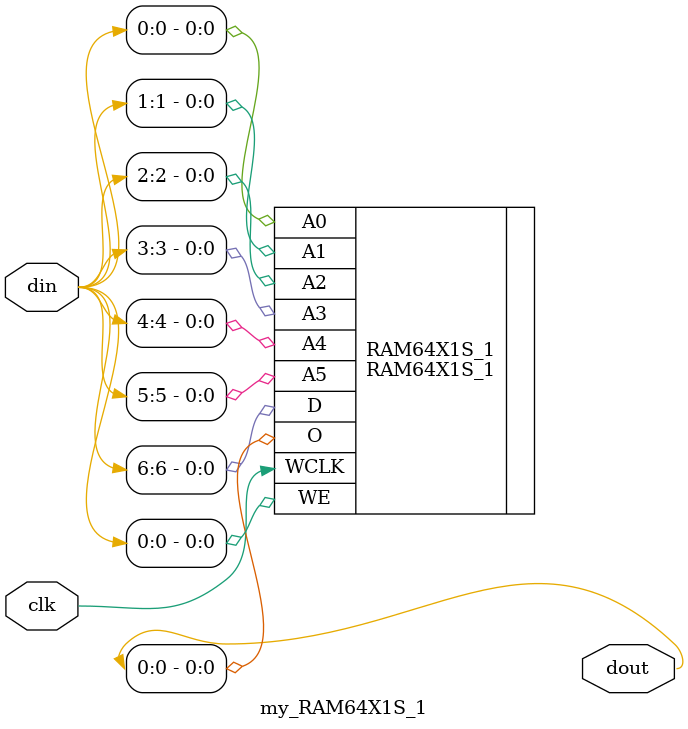
<source format=v>
module my_RAM64X1S_1 (input clk, input [7:0] din, output [7:0] dout);
    parameter LOC = "";
    parameter BEL="A6LUT";
    (* LOC=LOC, BEL=BEL, KEEP, DONT_TOUCH *)
    RAM64X1S_1 #(
        ) RAM64X1S_1 (
            .O(dout[0]),
            .A0(din[0]),
            .A1(din[1]),
            .A2(din[2]),
            .A3(din[3]),
            .A4(din[4]),
            .A5(din[5]),
            .D(din[6]),
            .WCLK(clk),
            .WE(din[0]));
endmodule
</source>
